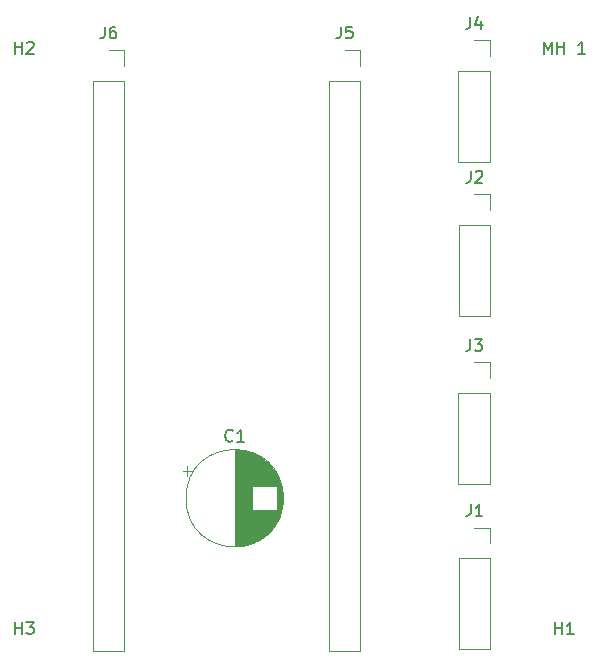
<source format=gbr>
%TF.GenerationSoftware,KiCad,Pcbnew,8.0.5*%
%TF.CreationDate,2024-10-17T17:27:17+02:00*%
%TF.ProjectId,WiiBoard,57696942-6f61-4726-942e-6b696361645f,rev?*%
%TF.SameCoordinates,Original*%
%TF.FileFunction,Legend,Top*%
%TF.FilePolarity,Positive*%
%FSLAX46Y46*%
G04 Gerber Fmt 4.6, Leading zero omitted, Abs format (unit mm)*
G04 Created by KiCad (PCBNEW 8.0.5) date 2024-10-17 17:27:17*
%MOMM*%
%LPD*%
G01*
G04 APERTURE LIST*
%ADD10C,0.150000*%
%ADD11C,0.120000*%
G04 APERTURE END LIST*
D10*
X130365714Y-48714819D02*
X130365714Y-47714819D01*
X130365714Y-47714819D02*
X130699047Y-48429104D01*
X130699047Y-48429104D02*
X131032380Y-47714819D01*
X131032380Y-47714819D02*
X131032380Y-48714819D01*
X131508571Y-48714819D02*
X131508571Y-47714819D01*
X131508571Y-48191009D02*
X132079999Y-48191009D01*
X132079999Y-48714819D02*
X132079999Y-47714819D01*
X133841904Y-48714819D02*
X133270476Y-48714819D01*
X133556190Y-48714819D02*
X133556190Y-47714819D01*
X133556190Y-47714819D02*
X133460952Y-47857676D01*
X133460952Y-47857676D02*
X133365714Y-47952914D01*
X133365714Y-47952914D02*
X133270476Y-48000533D01*
X85598095Y-97854819D02*
X85598095Y-96854819D01*
X85598095Y-97331009D02*
X86169523Y-97331009D01*
X86169523Y-97854819D02*
X86169523Y-96854819D01*
X86550476Y-96854819D02*
X87169523Y-96854819D01*
X87169523Y-96854819D02*
X86836190Y-97235771D01*
X86836190Y-97235771D02*
X86979047Y-97235771D01*
X86979047Y-97235771D02*
X87074285Y-97283390D01*
X87074285Y-97283390D02*
X87121904Y-97331009D01*
X87121904Y-97331009D02*
X87169523Y-97426247D01*
X87169523Y-97426247D02*
X87169523Y-97664342D01*
X87169523Y-97664342D02*
X87121904Y-97759580D01*
X87121904Y-97759580D02*
X87074285Y-97807200D01*
X87074285Y-97807200D02*
X86979047Y-97854819D01*
X86979047Y-97854819D02*
X86693333Y-97854819D01*
X86693333Y-97854819D02*
X86598095Y-97807200D01*
X86598095Y-97807200D02*
X86550476Y-97759580D01*
X113166666Y-46424819D02*
X113166666Y-47139104D01*
X113166666Y-47139104D02*
X113119047Y-47281961D01*
X113119047Y-47281961D02*
X113023809Y-47377200D01*
X113023809Y-47377200D02*
X112880952Y-47424819D01*
X112880952Y-47424819D02*
X112785714Y-47424819D01*
X114119047Y-46424819D02*
X113642857Y-46424819D01*
X113642857Y-46424819D02*
X113595238Y-46901009D01*
X113595238Y-46901009D02*
X113642857Y-46853390D01*
X113642857Y-46853390D02*
X113738095Y-46805771D01*
X113738095Y-46805771D02*
X113976190Y-46805771D01*
X113976190Y-46805771D02*
X114071428Y-46853390D01*
X114071428Y-46853390D02*
X114119047Y-46901009D01*
X114119047Y-46901009D02*
X114166666Y-46996247D01*
X114166666Y-46996247D02*
X114166666Y-47234342D01*
X114166666Y-47234342D02*
X114119047Y-47329580D01*
X114119047Y-47329580D02*
X114071428Y-47377200D01*
X114071428Y-47377200D02*
X113976190Y-47424819D01*
X113976190Y-47424819D02*
X113738095Y-47424819D01*
X113738095Y-47424819D02*
X113642857Y-47377200D01*
X113642857Y-47377200D02*
X113595238Y-47329580D01*
X124126666Y-72884819D02*
X124126666Y-73599104D01*
X124126666Y-73599104D02*
X124079047Y-73741961D01*
X124079047Y-73741961D02*
X123983809Y-73837200D01*
X123983809Y-73837200D02*
X123840952Y-73884819D01*
X123840952Y-73884819D02*
X123745714Y-73884819D01*
X124507619Y-72884819D02*
X125126666Y-72884819D01*
X125126666Y-72884819D02*
X124793333Y-73265771D01*
X124793333Y-73265771D02*
X124936190Y-73265771D01*
X124936190Y-73265771D02*
X125031428Y-73313390D01*
X125031428Y-73313390D02*
X125079047Y-73361009D01*
X125079047Y-73361009D02*
X125126666Y-73456247D01*
X125126666Y-73456247D02*
X125126666Y-73694342D01*
X125126666Y-73694342D02*
X125079047Y-73789580D01*
X125079047Y-73789580D02*
X125031428Y-73837200D01*
X125031428Y-73837200D02*
X124936190Y-73884819D01*
X124936190Y-73884819D02*
X124650476Y-73884819D01*
X124650476Y-73884819D02*
X124555238Y-73837200D01*
X124555238Y-73837200D02*
X124507619Y-73789580D01*
X131318095Y-97854819D02*
X131318095Y-96854819D01*
X131318095Y-97331009D02*
X131889523Y-97331009D01*
X131889523Y-97854819D02*
X131889523Y-96854819D01*
X132889523Y-97854819D02*
X132318095Y-97854819D01*
X132603809Y-97854819D02*
X132603809Y-96854819D01*
X132603809Y-96854819D02*
X132508571Y-96997676D01*
X132508571Y-96997676D02*
X132413333Y-97092914D01*
X132413333Y-97092914D02*
X132318095Y-97140533D01*
X104013333Y-81469580D02*
X103965714Y-81517200D01*
X103965714Y-81517200D02*
X103822857Y-81564819D01*
X103822857Y-81564819D02*
X103727619Y-81564819D01*
X103727619Y-81564819D02*
X103584762Y-81517200D01*
X103584762Y-81517200D02*
X103489524Y-81421961D01*
X103489524Y-81421961D02*
X103441905Y-81326723D01*
X103441905Y-81326723D02*
X103394286Y-81136247D01*
X103394286Y-81136247D02*
X103394286Y-80993390D01*
X103394286Y-80993390D02*
X103441905Y-80802914D01*
X103441905Y-80802914D02*
X103489524Y-80707676D01*
X103489524Y-80707676D02*
X103584762Y-80612438D01*
X103584762Y-80612438D02*
X103727619Y-80564819D01*
X103727619Y-80564819D02*
X103822857Y-80564819D01*
X103822857Y-80564819D02*
X103965714Y-80612438D01*
X103965714Y-80612438D02*
X104013333Y-80660057D01*
X104965714Y-81564819D02*
X104394286Y-81564819D01*
X104680000Y-81564819D02*
X104680000Y-80564819D01*
X104680000Y-80564819D02*
X104584762Y-80707676D01*
X104584762Y-80707676D02*
X104489524Y-80802914D01*
X104489524Y-80802914D02*
X104394286Y-80850533D01*
X85598095Y-48714819D02*
X85598095Y-47714819D01*
X85598095Y-48191009D02*
X86169523Y-48191009D01*
X86169523Y-48714819D02*
X86169523Y-47714819D01*
X86598095Y-47810057D02*
X86645714Y-47762438D01*
X86645714Y-47762438D02*
X86740952Y-47714819D01*
X86740952Y-47714819D02*
X86979047Y-47714819D01*
X86979047Y-47714819D02*
X87074285Y-47762438D01*
X87074285Y-47762438D02*
X87121904Y-47810057D01*
X87121904Y-47810057D02*
X87169523Y-47905295D01*
X87169523Y-47905295D02*
X87169523Y-48000533D01*
X87169523Y-48000533D02*
X87121904Y-48143390D01*
X87121904Y-48143390D02*
X86550476Y-48714819D01*
X86550476Y-48714819D02*
X87169523Y-48714819D01*
X124151666Y-58644819D02*
X124151666Y-59359104D01*
X124151666Y-59359104D02*
X124104047Y-59501961D01*
X124104047Y-59501961D02*
X124008809Y-59597200D01*
X124008809Y-59597200D02*
X123865952Y-59644819D01*
X123865952Y-59644819D02*
X123770714Y-59644819D01*
X124580238Y-58740057D02*
X124627857Y-58692438D01*
X124627857Y-58692438D02*
X124723095Y-58644819D01*
X124723095Y-58644819D02*
X124961190Y-58644819D01*
X124961190Y-58644819D02*
X125056428Y-58692438D01*
X125056428Y-58692438D02*
X125104047Y-58740057D01*
X125104047Y-58740057D02*
X125151666Y-58835295D01*
X125151666Y-58835295D02*
X125151666Y-58930533D01*
X125151666Y-58930533D02*
X125104047Y-59073390D01*
X125104047Y-59073390D02*
X124532619Y-59644819D01*
X124532619Y-59644819D02*
X125151666Y-59644819D01*
X124126666Y-45604819D02*
X124126666Y-46319104D01*
X124126666Y-46319104D02*
X124079047Y-46461961D01*
X124079047Y-46461961D02*
X123983809Y-46557200D01*
X123983809Y-46557200D02*
X123840952Y-46604819D01*
X123840952Y-46604819D02*
X123745714Y-46604819D01*
X125031428Y-45938152D02*
X125031428Y-46604819D01*
X124793333Y-45557200D02*
X124555238Y-46271485D01*
X124555238Y-46271485D02*
X125174285Y-46271485D01*
X124151666Y-86864819D02*
X124151666Y-87579104D01*
X124151666Y-87579104D02*
X124104047Y-87721961D01*
X124104047Y-87721961D02*
X124008809Y-87817200D01*
X124008809Y-87817200D02*
X123865952Y-87864819D01*
X123865952Y-87864819D02*
X123770714Y-87864819D01*
X125151666Y-87864819D02*
X124580238Y-87864819D01*
X124865952Y-87864819D02*
X124865952Y-86864819D01*
X124865952Y-86864819D02*
X124770714Y-87007676D01*
X124770714Y-87007676D02*
X124675476Y-87102914D01*
X124675476Y-87102914D02*
X124580238Y-87150533D01*
X93166666Y-46424819D02*
X93166666Y-47139104D01*
X93166666Y-47139104D02*
X93119047Y-47281961D01*
X93119047Y-47281961D02*
X93023809Y-47377200D01*
X93023809Y-47377200D02*
X92880952Y-47424819D01*
X92880952Y-47424819D02*
X92785714Y-47424819D01*
X94071428Y-46424819D02*
X93880952Y-46424819D01*
X93880952Y-46424819D02*
X93785714Y-46472438D01*
X93785714Y-46472438D02*
X93738095Y-46520057D01*
X93738095Y-46520057D02*
X93642857Y-46662914D01*
X93642857Y-46662914D02*
X93595238Y-46853390D01*
X93595238Y-46853390D02*
X93595238Y-47234342D01*
X93595238Y-47234342D02*
X93642857Y-47329580D01*
X93642857Y-47329580D02*
X93690476Y-47377200D01*
X93690476Y-47377200D02*
X93785714Y-47424819D01*
X93785714Y-47424819D02*
X93976190Y-47424819D01*
X93976190Y-47424819D02*
X94071428Y-47377200D01*
X94071428Y-47377200D02*
X94119047Y-47329580D01*
X94119047Y-47329580D02*
X94166666Y-47234342D01*
X94166666Y-47234342D02*
X94166666Y-46996247D01*
X94166666Y-46996247D02*
X94119047Y-46901009D01*
X94119047Y-46901009D02*
X94071428Y-46853390D01*
X94071428Y-46853390D02*
X93976190Y-46805771D01*
X93976190Y-46805771D02*
X93785714Y-46805771D01*
X93785714Y-46805771D02*
X93690476Y-46853390D01*
X93690476Y-46853390D02*
X93642857Y-46901009D01*
X93642857Y-46901009D02*
X93595238Y-46996247D01*
D11*
%TO.C,J5*%
X112170000Y-51010000D02*
X112170000Y-99330000D01*
X112170000Y-51010000D02*
X114830000Y-51010000D01*
X112170000Y-99330000D02*
X114830000Y-99330000D01*
X113500000Y-48410000D02*
X114830000Y-48410000D01*
X114830000Y-48410000D02*
X114830000Y-49740000D01*
X114830000Y-51010000D02*
X114830000Y-99330000D01*
%TO.C,J3*%
X123130000Y-77470000D02*
X123130000Y-85150000D01*
X123130000Y-77470000D02*
X125790000Y-77470000D01*
X123130000Y-85150000D02*
X125790000Y-85150000D01*
X124460000Y-74870000D02*
X125790000Y-74870000D01*
X125790000Y-74870000D02*
X125790000Y-76200000D01*
X125790000Y-77470000D02*
X125790000Y-85150000D01*
%TO.C,C1*%
X99770302Y-84045000D02*
X100570302Y-84045000D01*
X100170302Y-83645000D02*
X100170302Y-84445000D01*
X104180000Y-82280000D02*
X104180000Y-90440000D01*
X104220000Y-82280000D02*
X104220000Y-90440000D01*
X104260000Y-82280000D02*
X104260000Y-90440000D01*
X104300000Y-82281000D02*
X104300000Y-90439000D01*
X104340000Y-82283000D02*
X104340000Y-90437000D01*
X104380000Y-82284000D02*
X104380000Y-90436000D01*
X104420000Y-82286000D02*
X104420000Y-90434000D01*
X104460000Y-82289000D02*
X104460000Y-90431000D01*
X104500000Y-82292000D02*
X104500000Y-90428000D01*
X104540000Y-82295000D02*
X104540000Y-90425000D01*
X104580000Y-82299000D02*
X104580000Y-90421000D01*
X104620000Y-82303000D02*
X104620000Y-90417000D01*
X104660000Y-82308000D02*
X104660000Y-90412000D01*
X104700000Y-82312000D02*
X104700000Y-90408000D01*
X104740000Y-82318000D02*
X104740000Y-90402000D01*
X104780000Y-82323000D02*
X104780000Y-90397000D01*
X104820000Y-82330000D02*
X104820000Y-90390000D01*
X104860000Y-82336000D02*
X104860000Y-90384000D01*
X104901000Y-82343000D02*
X104901000Y-90377000D01*
X104941000Y-82350000D02*
X104941000Y-90370000D01*
X104981000Y-82358000D02*
X104981000Y-90362000D01*
X105021000Y-82366000D02*
X105021000Y-90354000D01*
X105061000Y-82375000D02*
X105061000Y-90345000D01*
X105101000Y-82384000D02*
X105101000Y-90336000D01*
X105141000Y-82393000D02*
X105141000Y-90327000D01*
X105181000Y-82403000D02*
X105181000Y-90317000D01*
X105221000Y-82413000D02*
X105221000Y-90307000D01*
X105261000Y-82424000D02*
X105261000Y-90296000D01*
X105301000Y-82435000D02*
X105301000Y-90285000D01*
X105341000Y-82446000D02*
X105341000Y-90274000D01*
X105381000Y-82458000D02*
X105381000Y-90262000D01*
X105421000Y-82471000D02*
X105421000Y-90249000D01*
X105461000Y-82483000D02*
X105461000Y-90237000D01*
X105501000Y-82497000D02*
X105501000Y-90223000D01*
X105541000Y-82510000D02*
X105541000Y-90210000D01*
X105581000Y-82525000D02*
X105581000Y-90195000D01*
X105621000Y-82539000D02*
X105621000Y-90181000D01*
X105661000Y-82555000D02*
X105661000Y-85320000D01*
X105661000Y-87400000D02*
X105661000Y-90165000D01*
X105701000Y-82570000D02*
X105701000Y-85320000D01*
X105701000Y-87400000D02*
X105701000Y-90150000D01*
X105741000Y-82586000D02*
X105741000Y-85320000D01*
X105741000Y-87400000D02*
X105741000Y-90134000D01*
X105781000Y-82603000D02*
X105781000Y-85320000D01*
X105781000Y-87400000D02*
X105781000Y-90117000D01*
X105821000Y-82620000D02*
X105821000Y-85320000D01*
X105821000Y-87400000D02*
X105821000Y-90100000D01*
X105861000Y-82638000D02*
X105861000Y-85320000D01*
X105861000Y-87400000D02*
X105861000Y-90082000D01*
X105901000Y-82656000D02*
X105901000Y-85320000D01*
X105901000Y-87400000D02*
X105901000Y-90064000D01*
X105941000Y-82674000D02*
X105941000Y-85320000D01*
X105941000Y-87400000D02*
X105941000Y-90046000D01*
X105981000Y-82694000D02*
X105981000Y-85320000D01*
X105981000Y-87400000D02*
X105981000Y-90026000D01*
X106021000Y-82713000D02*
X106021000Y-85320000D01*
X106021000Y-87400000D02*
X106021000Y-90007000D01*
X106061000Y-82733000D02*
X106061000Y-85320000D01*
X106061000Y-87400000D02*
X106061000Y-89987000D01*
X106101000Y-82754000D02*
X106101000Y-85320000D01*
X106101000Y-87400000D02*
X106101000Y-89966000D01*
X106141000Y-82776000D02*
X106141000Y-85320000D01*
X106141000Y-87400000D02*
X106141000Y-89944000D01*
X106181000Y-82798000D02*
X106181000Y-85320000D01*
X106181000Y-87400000D02*
X106181000Y-89922000D01*
X106221000Y-82820000D02*
X106221000Y-85320000D01*
X106221000Y-87400000D02*
X106221000Y-89900000D01*
X106261000Y-82843000D02*
X106261000Y-85320000D01*
X106261000Y-87400000D02*
X106261000Y-89877000D01*
X106301000Y-82867000D02*
X106301000Y-85320000D01*
X106301000Y-87400000D02*
X106301000Y-89853000D01*
X106341000Y-82891000D02*
X106341000Y-85320000D01*
X106341000Y-87400000D02*
X106341000Y-89829000D01*
X106381000Y-82916000D02*
X106381000Y-85320000D01*
X106381000Y-87400000D02*
X106381000Y-89804000D01*
X106421000Y-82942000D02*
X106421000Y-85320000D01*
X106421000Y-87400000D02*
X106421000Y-89778000D01*
X106461000Y-82968000D02*
X106461000Y-85320000D01*
X106461000Y-87400000D02*
X106461000Y-89752000D01*
X106501000Y-82995000D02*
X106501000Y-85320000D01*
X106501000Y-87400000D02*
X106501000Y-89725000D01*
X106541000Y-83022000D02*
X106541000Y-85320000D01*
X106541000Y-87400000D02*
X106541000Y-89698000D01*
X106581000Y-83051000D02*
X106581000Y-85320000D01*
X106581000Y-87400000D02*
X106581000Y-89669000D01*
X106621000Y-83080000D02*
X106621000Y-85320000D01*
X106621000Y-87400000D02*
X106621000Y-89640000D01*
X106661000Y-83110000D02*
X106661000Y-85320000D01*
X106661000Y-87400000D02*
X106661000Y-89610000D01*
X106701000Y-83140000D02*
X106701000Y-85320000D01*
X106701000Y-87400000D02*
X106701000Y-89580000D01*
X106741000Y-83171000D02*
X106741000Y-85320000D01*
X106741000Y-87400000D02*
X106741000Y-89549000D01*
X106781000Y-83204000D02*
X106781000Y-85320000D01*
X106781000Y-87400000D02*
X106781000Y-89516000D01*
X106821000Y-83236000D02*
X106821000Y-85320000D01*
X106821000Y-87400000D02*
X106821000Y-89484000D01*
X106861000Y-83270000D02*
X106861000Y-85320000D01*
X106861000Y-87400000D02*
X106861000Y-89450000D01*
X106901000Y-83305000D02*
X106901000Y-85320000D01*
X106901000Y-87400000D02*
X106901000Y-89415000D01*
X106941000Y-83341000D02*
X106941000Y-85320000D01*
X106941000Y-87400000D02*
X106941000Y-89379000D01*
X106981000Y-83377000D02*
X106981000Y-85320000D01*
X106981000Y-87400000D02*
X106981000Y-89343000D01*
X107021000Y-83415000D02*
X107021000Y-85320000D01*
X107021000Y-87400000D02*
X107021000Y-89305000D01*
X107061000Y-83453000D02*
X107061000Y-85320000D01*
X107061000Y-87400000D02*
X107061000Y-89267000D01*
X107101000Y-83493000D02*
X107101000Y-85320000D01*
X107101000Y-87400000D02*
X107101000Y-89227000D01*
X107141000Y-83534000D02*
X107141000Y-85320000D01*
X107141000Y-87400000D02*
X107141000Y-89186000D01*
X107181000Y-83576000D02*
X107181000Y-85320000D01*
X107181000Y-87400000D02*
X107181000Y-89144000D01*
X107221000Y-83619000D02*
X107221000Y-85320000D01*
X107221000Y-87400000D02*
X107221000Y-89101000D01*
X107261000Y-83663000D02*
X107261000Y-85320000D01*
X107261000Y-87400000D02*
X107261000Y-89057000D01*
X107301000Y-83709000D02*
X107301000Y-85320000D01*
X107301000Y-87400000D02*
X107301000Y-89011000D01*
X107341000Y-83756000D02*
X107341000Y-85320000D01*
X107341000Y-87400000D02*
X107341000Y-88964000D01*
X107381000Y-83804000D02*
X107381000Y-85320000D01*
X107381000Y-87400000D02*
X107381000Y-88916000D01*
X107421000Y-83855000D02*
X107421000Y-85320000D01*
X107421000Y-87400000D02*
X107421000Y-88865000D01*
X107461000Y-83906000D02*
X107461000Y-85320000D01*
X107461000Y-87400000D02*
X107461000Y-88814000D01*
X107501000Y-83960000D02*
X107501000Y-85320000D01*
X107501000Y-87400000D02*
X107501000Y-88760000D01*
X107541000Y-84015000D02*
X107541000Y-85320000D01*
X107541000Y-87400000D02*
X107541000Y-88705000D01*
X107581000Y-84073000D02*
X107581000Y-85320000D01*
X107581000Y-87400000D02*
X107581000Y-88647000D01*
X107621000Y-84132000D02*
X107621000Y-85320000D01*
X107621000Y-87400000D02*
X107621000Y-88588000D01*
X107661000Y-84194000D02*
X107661000Y-85320000D01*
X107661000Y-87400000D02*
X107661000Y-88526000D01*
X107701000Y-84258000D02*
X107701000Y-85320000D01*
X107701000Y-87400000D02*
X107701000Y-88462000D01*
X107741000Y-84326000D02*
X107741000Y-88394000D01*
X107781000Y-84396000D02*
X107781000Y-88324000D01*
X107821000Y-84470000D02*
X107821000Y-88250000D01*
X107861000Y-84547000D02*
X107861000Y-88173000D01*
X107901000Y-84629000D02*
X107901000Y-88091000D01*
X107941000Y-84715000D02*
X107941000Y-88005000D01*
X107981000Y-84808000D02*
X107981000Y-87912000D01*
X108021000Y-84907000D02*
X108021000Y-87813000D01*
X108061000Y-85014000D02*
X108061000Y-87706000D01*
X108101000Y-85131000D02*
X108101000Y-87589000D01*
X108141000Y-85262000D02*
X108141000Y-87458000D01*
X108181000Y-85412000D02*
X108181000Y-87308000D01*
X108221000Y-85592000D02*
X108221000Y-87128000D01*
X108261000Y-85827000D02*
X108261000Y-86893000D01*
X108300000Y-86360000D02*
G75*
G02*
X100060000Y-86360000I-4120000J0D01*
G01*
X100060000Y-86360000D02*
G75*
G02*
X108300000Y-86360000I4120000J0D01*
G01*
%TO.C,J2*%
X123155000Y-63230000D02*
X123155000Y-70910000D01*
X123155000Y-63230000D02*
X125815000Y-63230000D01*
X123155000Y-70910000D02*
X125815000Y-70910000D01*
X124485000Y-60630000D02*
X125815000Y-60630000D01*
X125815000Y-60630000D02*
X125815000Y-61960000D01*
X125815000Y-63230000D02*
X125815000Y-70910000D01*
%TO.C,J4*%
X123130000Y-50190000D02*
X123130000Y-57870000D01*
X123130000Y-50190000D02*
X125790000Y-50190000D01*
X123130000Y-57870000D02*
X125790000Y-57870000D01*
X124460000Y-47590000D02*
X125790000Y-47590000D01*
X125790000Y-47590000D02*
X125790000Y-48920000D01*
X125790000Y-50190000D02*
X125790000Y-57870000D01*
%TO.C,J1*%
X123155000Y-91450000D02*
X123155000Y-99130000D01*
X123155000Y-91450000D02*
X125815000Y-91450000D01*
X123155000Y-99130000D02*
X125815000Y-99130000D01*
X124485000Y-88850000D02*
X125815000Y-88850000D01*
X125815000Y-88850000D02*
X125815000Y-90180000D01*
X125815000Y-91450000D02*
X125815000Y-99130000D01*
%TO.C,J6*%
X92170000Y-51010000D02*
X92170000Y-99330000D01*
X92170000Y-51010000D02*
X94830000Y-51010000D01*
X92170000Y-99330000D02*
X94830000Y-99330000D01*
X93500000Y-48410000D02*
X94830000Y-48410000D01*
X94830000Y-48410000D02*
X94830000Y-49740000D01*
X94830000Y-51010000D02*
X94830000Y-99330000D01*
%TD*%
M02*

</source>
